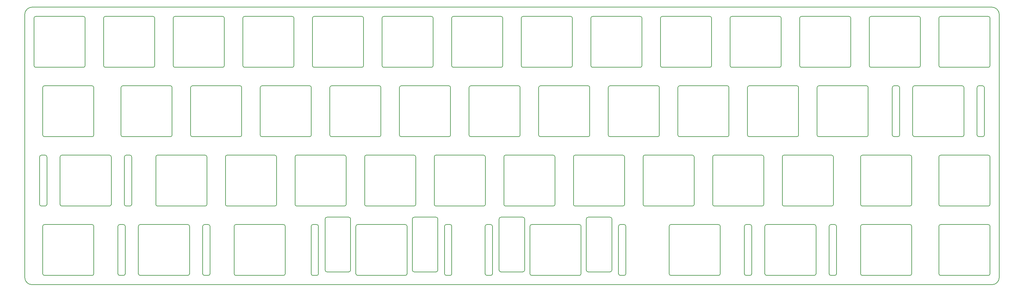
<source format=gbr>
%TF.GenerationSoftware,KiCad,Pcbnew,5.1.10*%
%TF.CreationDate,2021-06-16T00:48:32+09:00*%
%TF.ProjectId,plate,706c6174-652e-46b6-9963-61645f706362,rev?*%
%TF.SameCoordinates,Original*%
%TF.FileFunction,Profile,NP*%
%FSLAX46Y46*%
G04 Gerber Fmt 4.6, Leading zero omitted, Abs format (unit mm)*
G04 Created by KiCad (PCBNEW 5.1.10) date 2021-06-16 00:48:32*
%MOMM*%
%LPD*%
G01*
G04 APERTURE LIST*
%TA.AperFunction,Profile*%
%ADD10C,0.200000*%
%TD*%
G04 APERTURE END LIST*
D10*
X213887500Y-116681250D02*
X213887500Y-129681249D01*
X265612499Y-116181250D02*
X278612500Y-116181250D01*
X211887500Y-116681250D02*
X211887500Y-129681249D01*
X217487500Y-116681250D02*
G75*
G02*
X217987500Y-116181250I500000J0D01*
G01*
X175125000Y-92081249D02*
G75*
G02*
X174625000Y-91581249I0J500000D01*
G01*
X271968750Y-91581249D02*
G75*
G02*
X271468750Y-92081249I-500000J0D01*
G01*
X151312500Y-73031250D02*
X164312500Y-73031250D01*
X259562500Y-59031250D02*
G75*
G02*
X260062500Y-59531250I0J-500000D01*
G01*
X41274999Y-78581250D02*
G75*
G02*
X41774999Y-78081250I500000J0D01*
G01*
X127506750Y-129181250D02*
X121506750Y-129181250D01*
X65137499Y-116181250D02*
G75*
G02*
X65637499Y-116681250I0J-500000D01*
G01*
X217200000Y-97631249D02*
X217200000Y-110631250D01*
X37012500Y-73031249D02*
G75*
G02*
X36512500Y-72531249I0J500000D01*
G01*
X56062499Y-59031250D02*
X69062500Y-59031250D01*
X74324999Y-78581250D02*
X74324999Y-91581249D01*
X153693750Y-130181249D02*
X166693750Y-130181249D01*
X151255749Y-114181250D02*
X145255750Y-114181250D01*
X131818750Y-129681249D02*
G75*
G02*
X131318750Y-130181249I-500000J0D01*
G01*
X145262500Y-59031250D02*
G75*
G02*
X145762500Y-59531250I0J-500000D01*
G01*
X175631749Y-128681250D02*
G75*
G02*
X175131749Y-129181250I-500000J0D01*
G01*
X243681250Y-116681250D02*
X243681250Y-129681249D01*
X237087499Y-129681249D02*
G75*
G02*
X236587499Y-130181249I-500000J0D01*
G01*
X14937500Y-58506250D02*
X14937500Y-130706250D01*
X97630750Y-129181251D02*
G75*
G02*
X97130749Y-128681250I0J500001D01*
G01*
X106068750Y-130181249D02*
X119068750Y-130181249D01*
X121006750Y-128681250D02*
X121006750Y-114681249D01*
X194174999Y-92081250D02*
X207174999Y-92081250D01*
X174625000Y-78581250D02*
G75*
G02*
X175125000Y-78081250I500000J0D01*
G01*
X107662500Y-59531250D02*
X107662500Y-72531249D01*
X93318750Y-116681250D02*
G75*
G02*
X93818750Y-116181250I500000J0D01*
G01*
X33343750Y-116181250D02*
G75*
G02*
X33843750Y-116681250I0J-500000D01*
G01*
X40437500Y-116681250D02*
X40437500Y-129681249D01*
X130318750Y-130181249D02*
G75*
G02*
X129818750Y-129681249I0J500000D01*
G01*
X150812500Y-59531250D02*
G75*
G02*
X151312500Y-59031250I500000J0D01*
G01*
X202412500Y-59031250D02*
G75*
G02*
X202912500Y-59531250I0J-500000D01*
G01*
X178943750Y-130181249D02*
X177943750Y-130181249D01*
X177443750Y-129681249D02*
X177443750Y-116681250D01*
X127506750Y-114181249D02*
G75*
G02*
X128006750Y-114681249I0J-500000D01*
G01*
X37012500Y-73031249D02*
X50012499Y-73031249D01*
X40937500Y-130181249D02*
G75*
G02*
X40437500Y-129681249I0J500000D01*
G01*
X131318750Y-130181249D02*
X130318750Y-130181249D01*
X103630750Y-114181250D02*
X97630750Y-114181250D01*
X75112500Y-59031250D02*
X88112499Y-59031250D01*
X74612500Y-59531250D02*
X74612500Y-72531249D01*
X221462500Y-59031250D02*
G75*
G02*
X221962500Y-59531250I0J-500000D01*
G01*
X73825000Y-78081251D02*
G75*
G02*
X74324999Y-78581250I0J-499999D01*
G01*
X212387500Y-130181249D02*
X213387500Y-130181249D01*
X191793749Y-130181249D02*
X204793750Y-130181249D01*
X237087500Y-116681250D02*
X237087500Y-129681249D01*
X169131750Y-129181250D02*
G75*
G02*
X168631750Y-128681250I0J500000D01*
G01*
X55562499Y-59531250D02*
G75*
G02*
X56062499Y-59031250I500000J0D01*
G01*
X164812501Y-72531249D02*
G75*
G02*
X164312500Y-73031250I-500001J0D01*
G01*
X63637500Y-116681250D02*
X63637500Y-129681249D01*
X104130750Y-128681250D02*
G75*
G02*
X103630750Y-129181250I-500000J0D01*
G01*
X146050000Y-97631249D02*
G75*
G02*
X146550000Y-97131249I500000J0D01*
G01*
X60825000Y-92081250D02*
X73825000Y-92081250D01*
X75112500Y-73031249D02*
G75*
G02*
X74612500Y-72531249I0J500000D01*
G01*
X37012500Y-59031250D02*
X50012499Y-59031250D01*
X245774999Y-78581250D02*
X245774999Y-91581249D01*
X169075000Y-78081250D02*
G75*
G02*
X169575000Y-78581250I0J-500000D01*
G01*
X208462499Y-73031249D02*
G75*
G02*
X207962499Y-72531249I0J500000D01*
G01*
X20343750Y-92081249D02*
G75*
G02*
X19843750Y-91581249I0J500000D01*
G01*
X221962501Y-72531249D02*
G75*
G02*
X221462500Y-73031250I-500001J0D01*
G01*
X278612500Y-59031250D02*
G75*
G02*
X279112500Y-59531250I0J-500000D01*
G01*
X113212500Y-73031249D02*
G75*
G02*
X112712500Y-72531249I0J500000D01*
G01*
X203200000Y-97631249D02*
G75*
G02*
X203700000Y-97131249I500000J0D01*
G01*
X165600000Y-111131250D02*
G75*
G02*
X165100000Y-110631250I0J500000D01*
G01*
X244181250Y-97131250D02*
X257181249Y-97131250D01*
X88900000Y-97631249D02*
X88900000Y-110631250D01*
X19506250Y-97131250D02*
X20506250Y-97131250D01*
X50512500Y-59531250D02*
X50512500Y-72531249D01*
X279112500Y-97631249D02*
X279112500Y-110631250D01*
X127000000Y-97631249D02*
G75*
G02*
X127500000Y-97131249I500000J0D01*
G01*
X141000000Y-97631249D02*
X141000000Y-110631250D01*
X260062501Y-72531249D02*
G75*
G02*
X259562500Y-73031250I-500001J0D01*
G01*
X112425000Y-78581250D02*
X112425000Y-91581249D01*
X55275000Y-91581249D02*
G75*
G02*
X54775000Y-92081249I-500000J0D01*
G01*
X16937500Y-132706250D02*
X279637500Y-132706249D01*
X131318750Y-116181250D02*
X130318750Y-116181250D01*
X279637500Y-56506249D02*
G75*
G02*
X281637500Y-58506249I0J-2000000D01*
G01*
X281637500Y-58506250D02*
X281637500Y-130706250D01*
X79875000Y-92081250D02*
X92875000Y-92081250D01*
X119568750Y-116681250D02*
X119568750Y-129681249D01*
X243681250Y-97631249D02*
X243681250Y-110631250D01*
X198149999Y-97631249D02*
X198149999Y-110631250D01*
X151255749Y-129181250D02*
X145255750Y-129181250D01*
X212387500Y-130181249D02*
G75*
G02*
X211887500Y-129681249I0J500000D01*
G01*
X244181250Y-130181249D02*
G75*
G02*
X243681250Y-129681249I0J500000D01*
G01*
X140943750Y-129681249D02*
X140943750Y-116681250D01*
X74325000Y-91581249D02*
G75*
G02*
X73825000Y-92081249I-500000J0D01*
G01*
X46537500Y-130181249D02*
G75*
G02*
X46037500Y-129681249I0J500000D01*
G01*
X121506750Y-129181251D02*
G75*
G02*
X121006749Y-128681250I0J500001D01*
G01*
X97130750Y-114681249D02*
G75*
G02*
X97630750Y-114181249I500000J0D01*
G01*
X150024999Y-78081249D02*
G75*
G02*
X150525000Y-78581250I0J-500001D01*
G01*
X70349999Y-111131250D02*
X83350000Y-111131250D01*
X98925000Y-92081250D02*
G75*
G02*
X98424999Y-91581249I0J500001D01*
G01*
X168631750Y-128681250D02*
X168631750Y-114681249D01*
X142943750Y-129681249D02*
G75*
G02*
X142443750Y-130181249I-500000J0D01*
G01*
X257681249Y-116681250D02*
X257681249Y-129681249D01*
X235587500Y-130181249D02*
X236587499Y-130181249D01*
X64800000Y-97631249D02*
X64800000Y-110631250D01*
X21006249Y-110631250D02*
G75*
G02*
X20506250Y-111131249I-499999J0D01*
G01*
X156075000Y-92081249D02*
G75*
G02*
X155575000Y-91581249I0J500000D01*
G01*
X241012501Y-72531249D02*
G75*
G02*
X240512500Y-73031250I-500001J0D01*
G01*
X121950000Y-97631249D02*
X121950000Y-110631250D01*
X102899999Y-110631250D02*
G75*
G02*
X102400000Y-111131249I-499999J0D01*
G01*
X88112499Y-59031250D02*
G75*
G02*
X88612499Y-59531250I0J-500000D01*
G01*
X36512500Y-59531250D02*
G75*
G02*
X37012500Y-59031250I500000J0D01*
G01*
X16937501Y-132706249D02*
G75*
G02*
X14937500Y-130706250I-1J2000000D01*
G01*
X14937500Y-58506249D02*
G75*
G02*
X16937499Y-56506250I1999999J0D01*
G01*
X279112500Y-116681250D02*
X279112500Y-129681249D01*
X265612499Y-130181249D02*
X278612500Y-130181249D01*
X107662501Y-72531249D02*
G75*
G02*
X107162500Y-73031250I-500001J0D01*
G01*
X42437500Y-129681249D02*
G75*
G02*
X41937500Y-130181249I-500000J0D01*
G01*
X106068750Y-130181249D02*
G75*
G02*
X105568750Y-129681249I0J500000D01*
G01*
X64137500Y-130181249D02*
G75*
G02*
X63637500Y-129681249I0J500000D01*
G01*
X60325000Y-78581250D02*
G75*
G02*
X60825000Y-78081250I500000J0D01*
G01*
X213225000Y-92081250D02*
X226225000Y-92081250D01*
X235087500Y-116681250D02*
G75*
G02*
X235587500Y-116181250I500000J0D01*
G01*
X265112499Y-116681250D02*
X265112499Y-129681249D01*
X281637499Y-130706250D02*
G75*
G02*
X279637500Y-132706249I-1999999J0D01*
G01*
X16937500Y-56506250D02*
X279637500Y-56506250D01*
X69062500Y-59031251D02*
G75*
G02*
X69562499Y-59531250I0J-499999D01*
G01*
X257681248Y-110631250D02*
G75*
G02*
X257181249Y-111131249I-499999J0D01*
G01*
X257181249Y-97131249D02*
G75*
G02*
X257681249Y-97631249I0J-500000D01*
G01*
X179100000Y-97631249D02*
X179100000Y-110631250D01*
X227012500Y-59531250D02*
G75*
G02*
X227512500Y-59031250I500000J0D01*
G01*
X260062500Y-59531250D02*
X260062500Y-72531249D01*
X202912500Y-59531250D02*
X202912500Y-72531249D01*
X137025000Y-92081250D02*
G75*
G02*
X136524999Y-91581249I0J500001D01*
G01*
X136525000Y-78581250D02*
G75*
G02*
X137025000Y-78081250I500000J0D01*
G01*
X117975000Y-78081250D02*
X130975000Y-78081250D01*
X30962499Y-59031249D02*
G75*
G02*
X31462500Y-59531250I0J-500001D01*
G01*
X246562500Y-73031249D02*
G75*
G02*
X246062500Y-72531249I0J500000D01*
G01*
X212725000Y-78581250D02*
X212725000Y-91581249D01*
X105568750Y-116681250D02*
X105568750Y-129681249D01*
X119568750Y-129681249D02*
G75*
G02*
X119068750Y-130181249I-500000J0D01*
G01*
X72731250Y-130181249D02*
G75*
G02*
X72231250Y-129681249I0J500000D01*
G01*
X151255749Y-114181248D02*
G75*
G02*
X151755750Y-114681249I0J-500001D01*
G01*
X217487499Y-116681250D02*
X217487499Y-129681249D01*
X167193750Y-129681249D02*
G75*
G02*
X166693750Y-130181249I-500000J0D01*
G01*
X129818750Y-129681249D02*
X129818750Y-116681250D01*
X265112499Y-59531250D02*
G75*
G02*
X265612499Y-59031250I500000J0D01*
G01*
X164812500Y-59531250D02*
X164812500Y-72531249D01*
X98425000Y-78581250D02*
X98424999Y-91581249D01*
X169862500Y-59531250D02*
X169862500Y-72531249D01*
X54775000Y-78081250D02*
G75*
G02*
X55275000Y-78581250I0J-500000D01*
G01*
X193675000Y-78581250D02*
X193675000Y-91581249D01*
X89400000Y-97131250D02*
X102400000Y-97131250D01*
X198149998Y-110631250D02*
G75*
G02*
X197649999Y-111131249I-499999J0D01*
G01*
X165100000Y-97631249D02*
G75*
G02*
X165600000Y-97131249I500000J0D01*
G01*
X179099999Y-110631250D02*
G75*
G02*
X178600000Y-111131249I-499999J0D01*
G01*
X226725000Y-91581249D02*
G75*
G02*
X226225000Y-92081249I-500000J0D01*
G01*
X245275000Y-78081250D02*
G75*
G02*
X245775000Y-78581250I0J-500000D01*
G01*
X121949998Y-110631250D02*
G75*
G02*
X121449999Y-111131249I-499999J0D01*
G01*
X197649999Y-97131249D02*
G75*
G02*
X198149999Y-97631249I0J-500000D01*
G01*
X252368750Y-78581250D02*
G75*
G02*
X252868750Y-78081250I500000J0D01*
G01*
X31462500Y-59531250D02*
X31462500Y-72531249D01*
X50012499Y-59031250D02*
G75*
G02*
X50512499Y-59531250I0J-500000D01*
G01*
X177943750Y-130181249D02*
G75*
G02*
X177443750Y-129681249I0J500000D01*
G01*
X204793750Y-116181250D02*
G75*
G02*
X205293750Y-116681250I0J-500000D01*
G01*
X244181250Y-130181249D02*
X257181249Y-130181249D01*
X278612500Y-116181250D02*
G75*
G02*
X279112500Y-116681250I0J-500000D01*
G01*
X69562501Y-72531249D02*
G75*
G02*
X69062500Y-73031250I-500001J0D01*
G01*
X132262500Y-59031250D02*
X145262500Y-59031250D01*
X131475000Y-91581249D02*
G75*
G02*
X130975000Y-92081249I-500000J0D01*
G01*
X117475000Y-78581250D02*
G75*
G02*
X117975000Y-78081250I500000J0D01*
G01*
X107162500Y-59031250D02*
G75*
G02*
X107662500Y-59531250I0J-500000D01*
G01*
X279112500Y-59531250D02*
X279112500Y-72531249D01*
X258468750Y-92081250D02*
G75*
G02*
X257968749Y-91581249I0J500001D01*
G01*
X271468750Y-78081250D02*
G75*
G02*
X271968750Y-78581250I0J-500000D01*
G01*
X170362500Y-73031249D02*
X183362500Y-73031250D01*
X20343750Y-92081250D02*
X33343750Y-92081250D01*
X19843750Y-78581250D02*
G75*
G02*
X20343750Y-78081250I500000J0D01*
G01*
X60825000Y-92081249D02*
G75*
G02*
X60325000Y-91581249I0J500000D01*
G01*
X70349999Y-97131250D02*
X83350000Y-97131250D01*
X83350000Y-97131250D02*
G75*
G02*
X83849999Y-97631249I0J-499999D01*
G01*
X41275000Y-78581250D02*
X41275000Y-91581249D01*
X19843750Y-78581250D02*
X19843750Y-91581249D01*
X131475000Y-78581250D02*
X131475000Y-91581249D01*
X92875000Y-78081250D02*
G75*
G02*
X93375000Y-78581250I0J-500000D01*
G01*
X246062500Y-59531250D02*
G75*
G02*
X246562500Y-59031250I500000J0D01*
G01*
X20506250Y-97131249D02*
G75*
G02*
X21006250Y-97631249I0J-500000D01*
G01*
X127500000Y-111131250D02*
X140500000Y-111131250D01*
X33843750Y-78581250D02*
X33843750Y-91581249D01*
X41774999Y-92081250D02*
X54775000Y-92081250D01*
X227512500Y-73031249D02*
X240512500Y-73031249D01*
X46537500Y-116181250D02*
X59537499Y-116181250D01*
X121006750Y-114681249D02*
G75*
G02*
X121506750Y-114181249I500000J0D01*
G01*
X128006750Y-128681250D02*
G75*
G02*
X127506750Y-129181250I-500000J0D01*
G01*
X51299999Y-111131250D02*
G75*
G02*
X50799999Y-110631250I0J500000D01*
G01*
X175125000Y-78081250D02*
X188125000Y-78081250D01*
X88612499Y-59531250D02*
X88612499Y-72531249D01*
X169575000Y-91581249D02*
G75*
G02*
X169075000Y-92081249I-500000J0D01*
G01*
X137025000Y-92081250D02*
X150024999Y-92081250D01*
X155575000Y-78581250D02*
G75*
G02*
X156075000Y-78081250I500000J0D01*
G01*
X169575000Y-78581250D02*
X169575000Y-91581249D01*
X107950000Y-97631249D02*
X107950000Y-110631250D01*
X88900000Y-97631249D02*
G75*
G02*
X89400000Y-97131249I500000J0D01*
G01*
X175131749Y-129181250D02*
X169131750Y-129181250D01*
X95318750Y-129681249D02*
G75*
G02*
X94818750Y-130181249I-500000J0D01*
G01*
X179443750Y-129681249D02*
X179443750Y-116681250D01*
X65637499Y-129681249D02*
G75*
G02*
X65137499Y-130181249I-500000J0D01*
G01*
X141443750Y-130181249D02*
G75*
G02*
X140943750Y-129681249I0J500000D01*
G01*
X168631750Y-114681249D02*
G75*
G02*
X169131750Y-114181249I500000J0D01*
G01*
X126212499Y-59031249D02*
G75*
G02*
X126712500Y-59531250I0J-500001D01*
G01*
X164312500Y-59031250D02*
G75*
G02*
X164812500Y-59531250I0J-500000D01*
G01*
X279112499Y-110631250D02*
G75*
G02*
X278612500Y-111131249I-499999J0D01*
G01*
X265112499Y-97631249D02*
X265112499Y-110631250D01*
X20343750Y-130181249D02*
X33343750Y-130181249D01*
X153693750Y-116181250D02*
X166693750Y-116181250D01*
X144755750Y-114681249D02*
G75*
G02*
X145255750Y-114181249I500000J0D01*
G01*
X191293750Y-116681250D02*
X191293750Y-129681249D01*
X33343750Y-78081250D02*
G75*
G02*
X33843750Y-78581250I0J-500000D01*
G01*
X41774999Y-92081249D02*
G75*
G02*
X41274999Y-91581249I0J500000D01*
G01*
X151755750Y-128681250D02*
X151755750Y-114681249D01*
X60037499Y-129681249D02*
G75*
G02*
X59537499Y-130181249I-500000J0D01*
G01*
X151755749Y-128681250D02*
G75*
G02*
X151255749Y-129181250I-500000J0D01*
G01*
X112712500Y-59531250D02*
X112712500Y-72531249D01*
X235087500Y-116681250D02*
X235087500Y-129681249D01*
X257681249Y-129681249D02*
G75*
G02*
X257181249Y-130181249I-500000J0D01*
G01*
X243681250Y-116681250D02*
G75*
G02*
X244181250Y-116181250I500000J0D01*
G01*
X279112500Y-129681249D02*
G75*
G02*
X278612500Y-130181249I-500000J0D01*
G01*
X112712500Y-59531250D02*
G75*
G02*
X113212500Y-59031250I500000J0D01*
G01*
X170362500Y-73031249D02*
G75*
G02*
X169862500Y-72531249I0J500000D01*
G01*
X131762500Y-59531250D02*
G75*
G02*
X132262500Y-59031250I500000J0D01*
G01*
X207675000Y-78581250D02*
X207675000Y-91581249D01*
X232275000Y-92081250D02*
X245275000Y-92081250D01*
X42706250Y-111131250D02*
X43706250Y-111131250D01*
X108450000Y-97131250D02*
X121449999Y-97131250D01*
X56062499Y-73031250D02*
X69062500Y-73031250D01*
X108450000Y-111131250D02*
X121449999Y-111131250D01*
X50799999Y-97631249D02*
G75*
G02*
X51299999Y-97131249I500000J0D01*
G01*
X189412500Y-73031249D02*
X202412500Y-73031249D01*
X94162500Y-73031249D02*
G75*
G02*
X93662500Y-72531249I0J500000D01*
G01*
X42706250Y-97131250D02*
X43706250Y-97131250D01*
X42206250Y-97631249D02*
G75*
G02*
X42706250Y-97131249I500000J0D01*
G01*
X216700000Y-97131249D02*
G75*
G02*
X217200000Y-97631249I0J-500000D01*
G01*
X226225000Y-78081250D02*
G75*
G02*
X226725000Y-78581250I0J-500000D01*
G01*
X213225000Y-78081250D02*
X226225000Y-78081250D01*
X31462500Y-72531249D02*
G75*
G02*
X30962499Y-73031250I-500001J0D01*
G01*
X279112501Y-72531249D02*
G75*
G02*
X278612500Y-73031250I-500001J0D01*
G01*
X252868750Y-92081250D02*
X253868750Y-92081250D01*
X17462500Y-59531250D02*
X17462500Y-72531249D01*
X113212500Y-73031249D02*
X126212499Y-73031249D01*
X236249999Y-110631250D02*
G75*
G02*
X235750000Y-111131249I-499999J0D01*
G01*
X257968750Y-78581250D02*
X257968750Y-91581249D01*
X79375000Y-78581250D02*
G75*
G02*
X79875000Y-78081250I500000J0D01*
G01*
X193674999Y-78581250D02*
G75*
G02*
X194174999Y-78081250I500000J0D01*
G01*
X150524999Y-91581249D02*
G75*
G02*
X150024999Y-92081249I-500000J0D01*
G01*
X33843750Y-91581249D02*
G75*
G02*
X33343750Y-92081249I-500000J0D01*
G01*
X97130749Y-128681250D02*
X97130750Y-114681249D01*
X119068750Y-116181250D02*
G75*
G02*
X119568750Y-116681250I0J-500000D01*
G01*
X105568750Y-116681250D02*
G75*
G02*
X106068750Y-116181250I500000J0D01*
G01*
X156075000Y-92081250D02*
X169075000Y-92081250D01*
X117975000Y-92081249D02*
G75*
G02*
X117475000Y-91581249I0J500000D01*
G01*
X205293750Y-116681250D02*
X205293750Y-129681249D01*
X140943750Y-116681250D02*
G75*
G02*
X141443750Y-116181250I500000J0D01*
G01*
X153193750Y-116681250D02*
X153193750Y-129681249D01*
X131818750Y-129681249D02*
X131818750Y-116681250D01*
X265612499Y-73031249D02*
X278612500Y-73031249D01*
X183362500Y-59031250D02*
G75*
G02*
X183862500Y-59531250I0J-500000D01*
G01*
X258468750Y-78081250D02*
X271468750Y-78081250D01*
X232275000Y-78081250D02*
X245275000Y-78081250D01*
X226725000Y-78581250D02*
X226725000Y-91581249D01*
X276068750Y-78081250D02*
X277068750Y-78081250D01*
X213225000Y-92081249D02*
G75*
G02*
X212725000Y-91581249I0J500000D01*
G01*
X136524999Y-78581250D02*
X136524999Y-91581249D01*
X265112499Y-59531250D02*
X265112499Y-72531249D01*
X140999999Y-110631250D02*
G75*
G02*
X140500000Y-111131249I-499999J0D01*
G01*
X44206249Y-110631250D02*
G75*
G02*
X43706250Y-111131249I-499999J0D01*
G01*
X265612499Y-97131250D02*
X278612500Y-97131250D01*
X175631749Y-128681250D02*
X175631749Y-114681249D01*
X178943750Y-116181250D02*
X177943750Y-116181250D01*
X40937500Y-130181249D02*
X41937500Y-130181249D01*
X132262500Y-73031250D02*
X145262500Y-73031250D01*
X46537500Y-130181249D02*
X59537499Y-130181249D01*
X278612500Y-97131249D02*
G75*
G02*
X279112500Y-97631249I0J-500000D01*
G01*
X20343750Y-116181250D02*
X33343750Y-116181250D01*
X113212500Y-59031250D02*
X126212499Y-59031250D01*
X160050000Y-97631249D02*
X160050000Y-110631250D01*
X46037500Y-116681250D02*
G75*
G02*
X46537500Y-116181250I500000J0D01*
G01*
X60037499Y-116681250D02*
X60037499Y-129681249D01*
X131762499Y-59531250D02*
X131762499Y-72531249D01*
X74612500Y-59531250D02*
G75*
G02*
X75112500Y-59031250I500000J0D01*
G01*
X94162500Y-73031249D02*
X107162500Y-73031249D01*
X33843750Y-129681249D02*
G75*
G02*
X33343750Y-130181249I-500000J0D01*
G01*
X184650000Y-97131250D02*
X197649999Y-97131250D01*
X42437500Y-116681250D02*
X42437500Y-129681249D01*
X246562500Y-73031249D02*
X259562500Y-73031249D01*
X17962500Y-73031249D02*
G75*
G02*
X17462500Y-72531249I0J500000D01*
G01*
X17962500Y-59031250D02*
X30962499Y-59031250D01*
X222750000Y-111131250D02*
G75*
G02*
X222250000Y-110631250I0J500000D01*
G01*
X69850000Y-97631249D02*
X69850000Y-110631250D01*
X222750000Y-111131250D02*
X235750000Y-111131250D01*
X155575000Y-78581250D02*
X155575000Y-91581249D01*
X174625000Y-78581250D02*
X174625000Y-91581249D01*
X243681250Y-97631249D02*
G75*
G02*
X244181250Y-97131249I500000J0D01*
G01*
X146550000Y-111131250D02*
X159550000Y-111131250D01*
X83849999Y-110631250D02*
G75*
G02*
X83350000Y-111131249I-499999J0D01*
G01*
X208462499Y-59031250D02*
X221462500Y-59031250D01*
X188912500Y-59531250D02*
X188912500Y-72531249D01*
X207962499Y-59531250D02*
X207962499Y-72531249D01*
X252368749Y-78581250D02*
X252368749Y-91581249D01*
X232275000Y-92081249D02*
G75*
G02*
X231775000Y-91581249I0J500000D01*
G01*
X150812500Y-59531250D02*
X150812500Y-72531249D01*
X254368750Y-91581249D02*
G75*
G02*
X253868750Y-92081249I-500000J0D01*
G01*
X24606250Y-97631249D02*
X24606250Y-110631250D01*
X246062500Y-59531250D02*
X246062500Y-72531249D01*
X117475000Y-78581250D02*
X117475000Y-91581249D01*
X142443750Y-116181250D02*
X141443750Y-116181250D01*
X95318750Y-129681249D02*
X95318750Y-116681250D01*
X145255750Y-129181251D02*
G75*
G02*
X144755749Y-128681250I0J500001D01*
G01*
X188912500Y-59531250D02*
G75*
G02*
X189412500Y-59031250I500000J0D01*
G01*
X111925000Y-78081250D02*
G75*
G02*
X112425000Y-78581250I0J-500000D01*
G01*
X203700000Y-111131250D02*
G75*
G02*
X203200000Y-110631250I0J500000D01*
G01*
X70349999Y-111131249D02*
G75*
G02*
X69850000Y-110631250I0J499999D01*
G01*
X178600000Y-97131249D02*
G75*
G02*
X179100000Y-97631249I0J-500000D01*
G01*
X222250000Y-97631249D02*
X222250000Y-110631250D01*
X19006250Y-97631249D02*
G75*
G02*
X19506250Y-97131249I500000J0D01*
G01*
X235750000Y-97131249D02*
G75*
G02*
X236250000Y-97631249I0J-500000D01*
G01*
X89400000Y-111131250D02*
X102400000Y-111131250D01*
X25106249Y-111131250D02*
X38106250Y-111131250D01*
X56062499Y-73031249D02*
G75*
G02*
X55562499Y-72531249I0J500000D01*
G01*
X165600000Y-97131250D02*
X178600000Y-97131250D01*
X257681249Y-97631249D02*
X257681249Y-110631250D01*
X184650000Y-111131250D02*
G75*
G02*
X184150000Y-110631250I0J500000D01*
G01*
X98425000Y-78581250D02*
G75*
G02*
X98925000Y-78081250I500000J0D01*
G01*
X126712500Y-59531250D02*
X126712500Y-72531249D01*
X38606249Y-110631250D02*
G75*
G02*
X38106250Y-111131249I-499999J0D01*
G01*
X194174999Y-92081249D02*
G75*
G02*
X193674999Y-91581249I0J500000D01*
G01*
X231775000Y-78581250D02*
X231775000Y-91581249D01*
X156075000Y-78081250D02*
X169075000Y-78081250D01*
X207962499Y-59531250D02*
G75*
G02*
X208462499Y-59031250I500000J0D01*
G01*
X203700000Y-111131250D02*
X216700000Y-111131250D01*
X19843750Y-116681250D02*
X19843750Y-129681249D01*
X236250000Y-97631249D02*
X236250000Y-110631250D01*
X175125000Y-92081250D02*
X188125000Y-92081250D01*
X194174999Y-78081250D02*
X207174999Y-78081250D01*
X191793749Y-130181249D02*
G75*
G02*
X191293749Y-129681249I0J500000D01*
G01*
X153193750Y-116681250D02*
G75*
G02*
X153693750Y-116181250I500000J0D01*
G01*
X94818750Y-116181250D02*
X93818750Y-116181250D01*
X117975000Y-92081250D02*
X130975000Y-92081250D01*
X51299999Y-97131250D02*
X64300000Y-97131250D01*
X64300000Y-97131249D02*
G75*
G02*
X64800000Y-97631249I0J-500000D01*
G01*
X51299999Y-111131250D02*
X64300000Y-111131250D01*
X102900000Y-97631249D02*
X102900000Y-110631250D01*
X75112500Y-73031249D02*
X88112499Y-73031249D01*
X112425000Y-91581249D02*
G75*
G02*
X111925000Y-92081249I-500000J0D01*
G01*
X103630750Y-129181250D02*
X97630750Y-129181250D01*
X265112499Y-97631249D02*
G75*
G02*
X265612499Y-97131249I500000J0D01*
G01*
X72231250Y-116681250D02*
X72231250Y-129681249D01*
X265112499Y-116681250D02*
G75*
G02*
X265612499Y-116181250I500000J0D01*
G01*
X236587499Y-116181249D02*
G75*
G02*
X237087500Y-116681250I0J-500001D01*
G01*
X244181250Y-116181250D02*
X257181249Y-116181250D01*
X212387500Y-116181250D02*
X213387500Y-116181250D01*
X189412500Y-73031249D02*
G75*
G02*
X188912500Y-72531249I0J500000D01*
G01*
X79875000Y-78081250D02*
X92875000Y-78081250D01*
X72731250Y-130181249D02*
X85731250Y-130181249D01*
X72231250Y-116681250D02*
G75*
G02*
X72731250Y-116181250I500000J0D01*
G01*
X72731250Y-116181250D02*
X85731250Y-116181250D01*
X93818750Y-130181249D02*
G75*
G02*
X93318750Y-129681249I0J500000D01*
G01*
X217987500Y-116181250D02*
X230987500Y-116181250D01*
X179443750Y-129681249D02*
G75*
G02*
X178943750Y-130181249I-500000J0D01*
G01*
X86231250Y-129681249D02*
G75*
G02*
X85731250Y-130181249I-500000J0D01*
G01*
X275568750Y-78581250D02*
G75*
G02*
X276068750Y-78081250I500000J0D01*
G01*
X276068750Y-92081250D02*
X277068750Y-92081250D01*
X245775000Y-91581249D02*
G75*
G02*
X245275000Y-92081249I-500000J0D01*
G01*
X277568750Y-91581249D02*
G75*
G02*
X277068750Y-92081249I-500000J0D01*
G01*
X98925000Y-92081250D02*
X111925000Y-92081250D01*
X40437500Y-116681250D02*
G75*
G02*
X40937500Y-116181250I500000J0D01*
G01*
X59537499Y-116181250D02*
G75*
G02*
X60037499Y-116681250I0J-500000D01*
G01*
X103630750Y-114181249D02*
G75*
G02*
X104130750Y-114681249I0J-500000D01*
G01*
X277068750Y-78081250D02*
G75*
G02*
X277568750Y-78581250I0J-500000D01*
G01*
X60325000Y-78581250D02*
X60325000Y-91581249D01*
X107950000Y-97631249D02*
G75*
G02*
X108450000Y-97131249I500000J0D01*
G01*
X19006250Y-97631249D02*
X19006250Y-110631250D01*
X145762499Y-59531250D02*
X145762499Y-72531249D01*
X271968750Y-78581250D02*
X271968750Y-91581249D01*
X188625000Y-91581249D02*
G75*
G02*
X188125000Y-92081249I-500000J0D01*
G01*
X253868750Y-78081250D02*
G75*
G02*
X254368750Y-78581250I0J-500000D01*
G01*
X257968750Y-78581250D02*
G75*
G02*
X258468750Y-78081250I500000J0D01*
G01*
X69849999Y-97631249D02*
G75*
G02*
X70349999Y-97131249I500000J0D01*
G01*
X160049999Y-110631250D02*
G75*
G02*
X159550000Y-111131249I-499999J0D01*
G01*
X217199999Y-110631250D02*
G75*
G02*
X216700000Y-111131249I-499999J0D01*
G01*
X42706250Y-111131250D02*
G75*
G02*
X42206250Y-110631250I0J500000D01*
G01*
X89400000Y-111131250D02*
G75*
G02*
X88900000Y-110631250I0J500000D01*
G01*
X108450000Y-111131251D02*
G75*
G02*
X107949999Y-110631250I0J500001D01*
G01*
X38606249Y-97631249D02*
X38606249Y-110631250D01*
X79375000Y-78581250D02*
X79375000Y-91581249D01*
X213887500Y-129681249D02*
G75*
G02*
X213387500Y-130181249I-500000J0D01*
G01*
X177443750Y-116681250D02*
G75*
G02*
X177943750Y-116181250I500000J0D01*
G01*
X211887500Y-116681250D02*
G75*
G02*
X212387500Y-116181250I500000J0D01*
G01*
X153693750Y-130181249D02*
G75*
G02*
X153193750Y-129681249I0J500000D01*
G01*
X130975000Y-78081250D02*
G75*
G02*
X131475000Y-78581250I0J-500000D01*
G01*
X265612499Y-73031249D02*
G75*
G02*
X265112499Y-72531249I0J500000D01*
G01*
X240512500Y-59031250D02*
G75*
G02*
X241012500Y-59531250I0J-500000D01*
G01*
X46037499Y-116681250D02*
X46037499Y-129681249D01*
X33843750Y-116681250D02*
X33843750Y-129681249D01*
X265612499Y-111131250D02*
G75*
G02*
X265112499Y-110631250I0J500000D01*
G01*
X276068750Y-92081249D02*
G75*
G02*
X275568750Y-91581249I0J500000D01*
G01*
X188125000Y-78081250D02*
G75*
G02*
X188625000Y-78581250I0J-500000D01*
G01*
X142943750Y-129681249D02*
X142943750Y-116681250D01*
X205293750Y-129681249D02*
G75*
G02*
X204793750Y-130181249I-500000J0D01*
G01*
X191293749Y-116681250D02*
G75*
G02*
X191793749Y-116181250I500000J0D01*
G01*
X126712500Y-72531249D02*
G75*
G02*
X126212499Y-73031250I-500001J0D01*
G01*
X93662500Y-59531250D02*
X93662500Y-72531249D01*
X64799999Y-110631250D02*
G75*
G02*
X64300000Y-111131249I-499999J0D01*
G01*
X102400000Y-97131249D02*
G75*
G02*
X102900000Y-97631249I0J-500000D01*
G01*
X183862501Y-72531249D02*
G75*
G02*
X183362500Y-73031250I-500001J0D01*
G01*
X166693750Y-116181250D02*
G75*
G02*
X167193750Y-116681250I0J-500000D01*
G01*
X20343750Y-130181249D02*
G75*
G02*
X19843750Y-129681249I0J500000D01*
G01*
X93318750Y-129681249D02*
X93318750Y-116681250D01*
X151312500Y-73031249D02*
G75*
G02*
X150812500Y-72531249I0J500000D01*
G01*
X41937500Y-116181250D02*
G75*
G02*
X42437500Y-116681250I0J-500000D01*
G01*
X127506750Y-114181250D02*
X121506750Y-114181250D01*
X86231249Y-116681250D02*
X86231249Y-129681249D01*
X55275000Y-78581250D02*
X55275000Y-91581249D01*
X150525000Y-78581250D02*
X150525000Y-91581249D01*
X188625000Y-78581250D02*
X188625000Y-91581249D01*
X202912501Y-72531249D02*
G75*
G02*
X202412500Y-73031250I-500001J0D01*
G01*
X217987500Y-130181250D02*
G75*
G02*
X217487499Y-129681249I0J500001D01*
G01*
X231487500Y-116681250D02*
X231487500Y-129681249D01*
X257181249Y-116181250D02*
G75*
G02*
X257681249Y-116681250I0J-500000D01*
G01*
X265612499Y-130181249D02*
G75*
G02*
X265112499Y-129681249I0J500000D01*
G01*
X208462499Y-73031250D02*
X221462500Y-73031250D01*
X227512500Y-59031250D02*
X240512500Y-59031250D01*
X244181250Y-111131250D02*
X257181249Y-111131250D01*
X83850000Y-97631249D02*
X83850000Y-110631250D01*
X184150000Y-97631249D02*
X184150000Y-110631250D01*
X170362500Y-59031250D02*
X183362500Y-59031250D01*
X169862500Y-59531250D02*
G75*
G02*
X170362500Y-59031250I500000J0D01*
G01*
X235587500Y-130181249D02*
G75*
G02*
X235087500Y-129681249I0J500000D01*
G01*
X175131749Y-114181249D02*
G75*
G02*
X175631749Y-114681249I0J-500000D01*
G01*
X231487500Y-129681249D02*
G75*
G02*
X230987500Y-130181249I-500000J0D01*
G01*
X142443750Y-130181249D02*
X141443750Y-130181249D01*
X85731250Y-116181251D02*
G75*
G02*
X86231249Y-116681250I0J-499999D01*
G01*
X128006750Y-128681250D02*
X128006750Y-114681249D01*
X65637500Y-116681250D02*
X65637500Y-129681249D01*
X79875000Y-92081249D02*
G75*
G02*
X79375000Y-91581249I0J500000D01*
G01*
X41774999Y-78081250D02*
X54775000Y-78081250D01*
X20343750Y-78081250D02*
X33343750Y-78081250D01*
X69562500Y-59531250D02*
X69562500Y-72531249D01*
X129818750Y-116681250D02*
G75*
G02*
X130318750Y-116181250I500000J0D01*
G01*
X94818750Y-116181250D02*
G75*
G02*
X95318750Y-116681250I0J-500000D01*
G01*
X217987500Y-130181249D02*
X230987500Y-130181249D01*
X222750000Y-97131250D02*
X235750000Y-97131250D01*
X244181250Y-111131250D02*
G75*
G02*
X243681250Y-110631250I0J500000D01*
G01*
X159550000Y-97131249D02*
G75*
G02*
X160050000Y-97631249I0J-500000D01*
G01*
X132262500Y-73031250D02*
G75*
G02*
X131762499Y-72531249I0J500001D01*
G01*
X93662500Y-59531250D02*
G75*
G02*
X94162500Y-59031250I500000J0D01*
G01*
X189412500Y-59031250D02*
X202412500Y-59031250D01*
X93375000Y-78581250D02*
X93375000Y-91581249D01*
X203200000Y-97631249D02*
X203200000Y-110631250D01*
X165600000Y-111131250D02*
X178600000Y-111131250D01*
X165100000Y-97631249D02*
X165100000Y-110631250D01*
X227512500Y-73031249D02*
G75*
G02*
X227012500Y-72531249I0J500000D01*
G01*
X227012500Y-59531250D02*
X227012500Y-72531249D01*
X25106249Y-97131250D02*
X38106250Y-97131250D01*
X275568750Y-78581250D02*
X275568750Y-91581249D01*
X246562500Y-59031250D02*
X259562500Y-59031250D01*
X178943750Y-116181250D02*
G75*
G02*
X179443750Y-116681250I0J-500000D01*
G01*
X230987500Y-116181250D02*
G75*
G02*
X231487500Y-116681250I0J-500000D01*
G01*
X235587500Y-116181250D02*
X236587499Y-116181250D01*
X213387500Y-116181250D02*
G75*
G02*
X213887500Y-116681250I0J-500000D01*
G01*
X50512500Y-72531249D02*
G75*
G02*
X50012499Y-73031250I-500001J0D01*
G01*
X64137500Y-116181250D02*
X65137499Y-116181250D01*
X94818750Y-130181249D02*
X93818750Y-130181249D01*
X131318750Y-116181250D02*
G75*
G02*
X131818750Y-116681250I0J-500000D01*
G01*
X98925000Y-78081250D02*
X111925000Y-78081250D01*
X93375000Y-91581249D02*
G75*
G02*
X92875000Y-92081249I-500000J0D01*
G01*
X55562500Y-59531250D02*
X55562500Y-72531249D01*
X191793749Y-116181250D02*
X204793750Y-116181250D01*
X142443750Y-116181250D02*
G75*
G02*
X142943750Y-116681250I0J-500000D01*
G01*
X40937500Y-116181250D02*
X41937500Y-116181250D01*
X94162500Y-59031250D02*
X107162500Y-59031250D01*
X25106249Y-111131250D02*
G75*
G02*
X24606249Y-110631250I0J500000D01*
G01*
X121449999Y-97131248D02*
G75*
G02*
X121950000Y-97631249I0J-500001D01*
G01*
X17962500Y-73031250D02*
X30962499Y-73031250D01*
X254368749Y-78581250D02*
X254368749Y-91581249D01*
X277568750Y-78581250D02*
X277568750Y-91581249D01*
X146550000Y-111131250D02*
G75*
G02*
X146050000Y-110631250I0J500000D01*
G01*
X184150000Y-97631249D02*
G75*
G02*
X184650000Y-97131249I500000J0D01*
G01*
X140500000Y-97131249D02*
G75*
G02*
X141000000Y-97631249I0J-500000D01*
G01*
X167193750Y-116681250D02*
X167193750Y-129681249D01*
X144755750Y-128681250D02*
X144755750Y-114681249D01*
X104130750Y-128681250D02*
X104130750Y-114681249D01*
X175131749Y-114181250D02*
X169131750Y-114181250D01*
X265612499Y-59031250D02*
X278612500Y-59031250D01*
X207174999Y-78081249D02*
G75*
G02*
X207675000Y-78581250I0J-500001D01*
G01*
X127000000Y-97631249D02*
X127000000Y-110631250D01*
X212725000Y-78581250D02*
G75*
G02*
X213225000Y-78081250I500000J0D01*
G01*
X60825000Y-78081250D02*
X73825000Y-78081250D01*
X88612500Y-72531249D02*
G75*
G02*
X88112499Y-73031250I-500001J0D01*
G01*
X221962500Y-59531250D02*
X221962500Y-72531249D01*
X17462500Y-59531250D02*
G75*
G02*
X17962500Y-59031250I500000J0D01*
G01*
X241012500Y-59531250D02*
X241012500Y-72531249D01*
X19506250Y-111131250D02*
X20506250Y-111131250D01*
X19506250Y-111131250D02*
G75*
G02*
X19006250Y-110631250I0J500000D01*
G01*
X38106250Y-97131249D02*
G75*
G02*
X38606250Y-97631249I0J-500000D01*
G01*
X146050000Y-97631249D02*
X146050000Y-110631250D01*
X43706250Y-97131250D02*
G75*
G02*
X44206249Y-97631249I0J-499999D01*
G01*
X183862499Y-59531250D02*
X183862499Y-72531249D01*
X252868750Y-78081250D02*
X253868750Y-78081250D01*
X258468750Y-92081250D02*
X271468750Y-92081250D01*
X252868750Y-92081249D02*
G75*
G02*
X252368750Y-91581249I0J500000D01*
G01*
X24606249Y-97631249D02*
G75*
G02*
X25106249Y-97131249I500000J0D01*
G01*
X146550000Y-97131250D02*
X159550000Y-97131250D01*
X64137500Y-130181249D02*
X65137499Y-130181249D01*
X184650000Y-111131250D02*
X197649999Y-111131250D01*
X151312500Y-59031250D02*
X164312500Y-59031250D01*
X207674999Y-91581249D02*
G75*
G02*
X207174999Y-92081249I-500000J0D01*
G01*
X50799999Y-97631249D02*
X50800000Y-110631250D01*
X63637500Y-116681250D02*
G75*
G02*
X64137500Y-116181250I500000J0D01*
G01*
X19843750Y-116681250D02*
G75*
G02*
X20343750Y-116181250I500000J0D01*
G01*
X106068750Y-116181250D02*
X119068750Y-116181250D01*
X21006250Y-97631249D02*
X21006250Y-110631250D01*
X222250000Y-97631249D02*
G75*
G02*
X222750000Y-97131249I500000J0D01*
G01*
X203700000Y-97131250D02*
X216700000Y-97131250D01*
X137025000Y-78081250D02*
X150024999Y-78081250D01*
X231775000Y-78581250D02*
G75*
G02*
X232275000Y-78081250I500000J0D01*
G01*
X44206249Y-97631249D02*
X44206249Y-110631250D01*
X42206250Y-97631249D02*
X42206250Y-110631250D01*
X127500000Y-97131250D02*
X140500000Y-97131250D01*
X127500000Y-111131251D02*
G75*
G02*
X126999999Y-110631250I0J500001D01*
G01*
X265612499Y-111131250D02*
X278612500Y-111131250D01*
X145762501Y-72531249D02*
G75*
G02*
X145262500Y-73031250I-500001J0D01*
G01*
X36512500Y-59531250D02*
X36512500Y-72531249D01*
M02*

</source>
